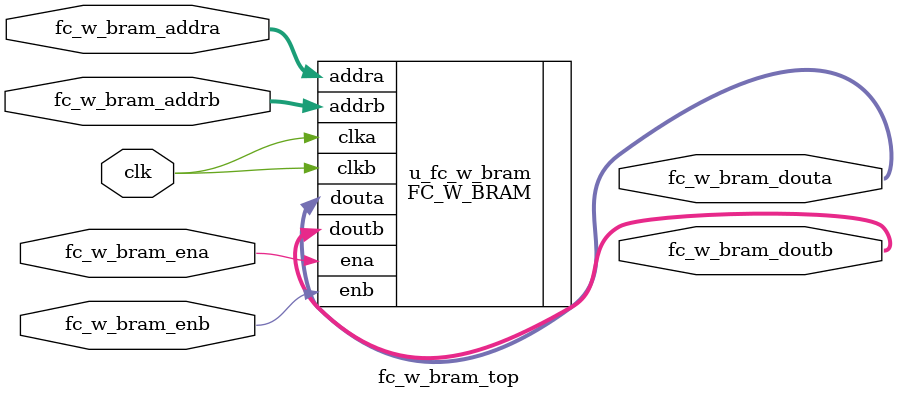
<source format=v>
`timescale 1ns / 1ps


module fc_w_bram_top(
input clk,
input fc_w_bram_ena,
input [9 : 0] fc_w_bram_addra,
output [959 : 0] fc_w_bram_douta,
input fc_w_bram_enb,
input [9: 0] fc_w_bram_addrb,
output [959 : 0] fc_w_bram_doutb
    );
    
FC_W_BRAM u_fc_w_bram (
      .clka(clk),    // input wire clka
      .ena(fc_w_bram_ena),      // input wire ena
      .addra(fc_w_bram_addra),  // input wire [9 : 0] addra
      .douta(fc_w_bram_douta),  // output wire [959 : 0] douta
      .clkb(clk),    // input wire clkb
      .enb(fc_w_bram_enb),      // input wire enb
      .addrb(fc_w_bram_addrb),  // input wire [9 : 0] addrb
      .doutb(fc_w_bram_doutb)  // output wire [959 : 0] doutb
    );
    
endmodule

</source>
